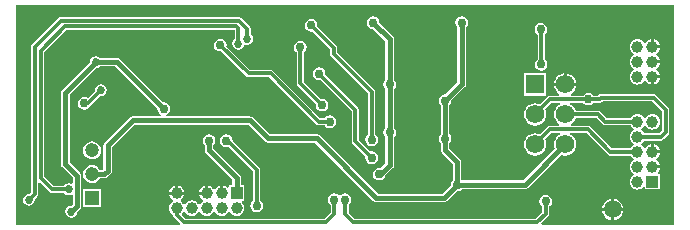
<source format=gbl>
G04 Layer_Physical_Order=2*
G04 Layer_Color=16711680*
%FSLAX23Y23*%
%MOIN*%
G70*
G01*
G75*
%ADD25C,0.016*%
%ADD26C,0.012*%
%ADD29C,0.047*%
%ADD30R,0.047X0.047*%
%ADD31R,0.039X0.039*%
%ADD32C,0.039*%
%ADD33R,0.039X0.039*%
%ADD34C,0.059*%
%ADD35C,0.062*%
%ADD36R,0.062X0.062*%
%ADD37C,0.030*%
%ADD38C,0.027*%
G36*
X2352Y850D02*
X1912D01*
X1911Y854D01*
X1934Y877D01*
X1936Y881D01*
X1937Y886D01*
X1937Y886D01*
Y911D01*
X1940Y913D01*
X1945Y920D01*
X1946Y928D01*
X1945Y936D01*
X1940Y943D01*
X1933Y948D01*
X1925Y949D01*
X1917Y948D01*
X1910Y943D01*
X1905Y936D01*
X1904Y928D01*
X1905Y920D01*
X1910Y913D01*
X1913Y911D01*
Y891D01*
X1891Y869D01*
X1289D01*
X1268Y890D01*
Y916D01*
X1271Y918D01*
X1276Y925D01*
X1277Y933D01*
X1276Y941D01*
X1271Y948D01*
X1264Y953D01*
X1256Y954D01*
X1248Y953D01*
X1241Y948D01*
X1240Y948D01*
X1236D01*
X1235Y948D01*
X1228Y953D01*
X1220Y954D01*
X1212Y953D01*
X1205Y948D01*
X1200Y941D01*
X1199Y933D01*
X1200Y925D01*
X1205Y918D01*
X1208Y916D01*
Y891D01*
X1187Y870D01*
X725D01*
X713Y882D01*
X713Y887D01*
X717Y892D01*
X720Y892D01*
X720D01*
X723Y892D01*
X727Y887D01*
X732Y883D01*
X738Y880D01*
X745Y879D01*
X752Y880D01*
X758Y883D01*
X763Y887D01*
X767Y892D01*
X770Y892D01*
X770D01*
X773Y892D01*
X777Y887D01*
X782Y883D01*
X788Y880D01*
X795Y879D01*
X802Y880D01*
X808Y883D01*
X813Y887D01*
X817Y892D01*
X820Y892D01*
X820D01*
X823Y892D01*
X827Y887D01*
X832Y883D01*
X838Y880D01*
X845Y879D01*
X852Y880D01*
X858Y883D01*
X863Y887D01*
X867Y892D01*
X870Y892D01*
X870D01*
X873Y892D01*
X877Y887D01*
X882Y883D01*
X888Y880D01*
X895Y879D01*
X902Y880D01*
X908Y883D01*
X913Y887D01*
X917Y892D01*
X920Y898D01*
X921Y905D01*
X920Y912D01*
X917Y918D01*
X913Y923D01*
X912Y924D01*
X914Y929D01*
X921D01*
Y981D01*
X909D01*
Y1005D01*
X908Y1010D01*
X905Y1015D01*
X817Y1103D01*
Y1114D01*
X818Y1115D01*
X823Y1122D01*
X824Y1130D01*
X823Y1138D01*
X818Y1145D01*
X811Y1150D01*
X803Y1151D01*
X795Y1150D01*
X788Y1145D01*
X783Y1138D01*
X782Y1130D01*
X783Y1122D01*
X788Y1115D01*
X789Y1114D01*
Y1097D01*
X790Y1092D01*
X793Y1087D01*
X881Y999D01*
Y981D01*
X869D01*
Y974D01*
X864Y972D01*
X863Y973D01*
X858Y977D01*
X852Y980D01*
X850Y980D01*
Y955D01*
X840D01*
Y980D01*
X838Y980D01*
X832Y977D01*
X827Y973D01*
X823Y968D01*
X820Y968D01*
X820D01*
X817Y968D01*
X813Y973D01*
X808Y977D01*
X802Y980D01*
X800Y980D01*
Y955D01*
X795D01*
Y950D01*
X770D01*
X770Y948D01*
X773Y942D01*
X777Y937D01*
X782Y933D01*
X782Y930D01*
Y930D01*
X782Y927D01*
X777Y923D01*
X773Y918D01*
X770Y918D01*
X770D01*
X767Y918D01*
X763Y923D01*
X758Y927D01*
X752Y930D01*
X745Y931D01*
X738Y930D01*
X732Y927D01*
X727Y923D01*
X723Y918D01*
X720Y918D01*
X720D01*
X717Y918D01*
X713Y923D01*
X708Y927D01*
X708Y930D01*
Y930D01*
X708Y933D01*
X713Y937D01*
X717Y942D01*
X720Y948D01*
X720Y950D01*
X670D01*
X670Y948D01*
X673Y942D01*
X677Y937D01*
X682Y933D01*
X682Y930D01*
Y930D01*
X682Y927D01*
X677Y923D01*
X673Y918D01*
X670Y912D01*
X669Y905D01*
X670Y898D01*
X673Y892D01*
X677Y887D01*
X682Y883D01*
X683Y882D01*
X684Y878D01*
X686Y874D01*
X706Y854D01*
X705Y850D01*
X161D01*
Y1582D01*
X2352D01*
Y850D01*
D02*
G37*
%LPC*%
G36*
X1350Y1544D02*
X1342Y1543D01*
X1335Y1538D01*
X1330Y1531D01*
X1329Y1523D01*
X1330Y1515D01*
X1335Y1508D01*
X1342Y1503D01*
X1350Y1502D01*
X1351Y1502D01*
X1391Y1462D01*
Y1334D01*
X1390Y1333D01*
X1385Y1326D01*
X1384Y1318D01*
X1385Y1310D01*
X1390Y1303D01*
X1391Y1302D01*
Y1174D01*
X1390Y1173D01*
X1385Y1166D01*
X1384Y1158D01*
X1385Y1150D01*
X1390Y1143D01*
X1391Y1142D01*
Y1054D01*
X1375Y1038D01*
X1370Y1039D01*
X1362Y1038D01*
X1355Y1033D01*
X1350Y1026D01*
X1349Y1018D01*
X1350Y1010D01*
X1355Y1003D01*
X1362Y998D01*
X1370Y997D01*
X1378Y998D01*
X1385Y1003D01*
X1390Y1010D01*
X1391Y1014D01*
X1415Y1038D01*
X1418Y1043D01*
X1419Y1048D01*
Y1142D01*
X1420Y1143D01*
X1425Y1150D01*
X1426Y1158D01*
X1425Y1166D01*
X1420Y1173D01*
X1419Y1174D01*
Y1302D01*
X1420Y1303D01*
X1425Y1310D01*
X1426Y1318D01*
X1425Y1326D01*
X1420Y1333D01*
X1419Y1334D01*
Y1468D01*
X1418Y1473D01*
X1415Y1478D01*
X1371Y1522D01*
X1371Y1523D01*
X1370Y1531D01*
X1365Y1538D01*
X1358Y1543D01*
X1350Y1544D01*
D02*
G37*
G36*
X790Y980D02*
X788Y980D01*
X782Y977D01*
X777Y973D01*
X773Y968D01*
X770Y962D01*
X770Y960D01*
X790D01*
Y980D01*
D02*
G37*
G36*
X2286Y1118D02*
Y1097D01*
X2306D01*
X2306Y1099D01*
X2303Y1105D01*
X2299Y1111D01*
X2294Y1115D01*
X2287Y1117D01*
X2286Y1118D01*
D02*
G37*
G36*
X413Y1127D02*
X405Y1126D01*
X398Y1123D01*
X392Y1118D01*
X387Y1112D01*
X384Y1104D01*
X383Y1097D01*
X384Y1089D01*
X387Y1082D01*
X392Y1076D01*
X398Y1071D01*
X405Y1068D01*
X413Y1067D01*
X421Y1068D01*
X428Y1071D01*
X434Y1076D01*
X439Y1082D01*
X442Y1089D01*
X443Y1097D01*
X442Y1104D01*
X439Y1112D01*
X434Y1118D01*
X428Y1123D01*
X421Y1126D01*
X413Y1127D01*
D02*
G37*
G36*
X1170Y1374D02*
X1162Y1373D01*
X1155Y1368D01*
X1150Y1361D01*
X1149Y1353D01*
X1150Y1345D01*
X1155Y1338D01*
X1162Y1333D01*
X1170Y1332D01*
X1174Y1332D01*
X1278Y1228D01*
Y1128D01*
X1278Y1128D01*
X1279Y1123D01*
X1281Y1119D01*
X1324Y1077D01*
X1324Y1073D01*
X1325Y1065D01*
X1330Y1058D01*
X1337Y1053D01*
X1345Y1052D01*
X1353Y1053D01*
X1360Y1058D01*
X1365Y1065D01*
X1366Y1073D01*
X1365Y1081D01*
X1360Y1088D01*
X1353Y1093D01*
X1345Y1094D01*
X1341Y1094D01*
X1302Y1133D01*
Y1233D01*
X1301Y1238D01*
X1299Y1242D01*
X1299Y1242D01*
X1191Y1349D01*
X1191Y1353D01*
X1190Y1361D01*
X1185Y1368D01*
X1178Y1373D01*
X1170Y1374D01*
D02*
G37*
G36*
X700Y980D02*
Y960D01*
X720D01*
X720Y962D01*
X717Y968D01*
X713Y973D01*
X708Y977D01*
X702Y980D01*
X700Y980D01*
D02*
G37*
G36*
X2144Y936D02*
X2140Y936D01*
X2131Y932D01*
X2124Y926D01*
X2118Y919D01*
X2114Y910D01*
X2114Y906D01*
X2144D01*
Y936D01*
D02*
G37*
G36*
X860Y1151D02*
X852Y1150D01*
X845Y1145D01*
X841Y1138D01*
X839Y1130D01*
X841Y1122D01*
X845Y1115D01*
X852Y1110D01*
X860Y1109D01*
X867Y1110D01*
X950Y1027D01*
Y929D01*
X947Y927D01*
X942Y920D01*
X941Y912D01*
X942Y904D01*
X947Y897D01*
X954Y892D01*
X962Y891D01*
X970Y892D01*
X977Y897D01*
X982Y904D01*
X983Y912D01*
X982Y920D01*
X977Y927D01*
X974Y929D01*
Y1032D01*
X974Y1032D01*
X973Y1037D01*
X971Y1041D01*
X882Y1129D01*
X882Y1130D01*
X880Y1138D01*
X876Y1145D01*
X869Y1150D01*
X860Y1151D01*
D02*
G37*
G36*
X2184Y896D02*
X2154D01*
Y866D01*
X2158Y866D01*
X2167Y870D01*
X2174Y876D01*
X2180Y883D01*
X2184Y892D01*
X2184Y896D01*
D02*
G37*
G36*
X690Y980D02*
X688Y980D01*
X682Y977D01*
X677Y973D01*
X673Y968D01*
X670Y962D01*
X670Y960D01*
X690D01*
Y980D01*
D02*
G37*
G36*
X443Y969D02*
X383D01*
Y910D01*
X443D01*
Y969D01*
D02*
G37*
G36*
X2154Y936D02*
Y906D01*
X2184D01*
X2184Y910D01*
X2180Y919D01*
X2174Y926D01*
X2167Y932D01*
X2158Y936D01*
X2154Y936D01*
D02*
G37*
G36*
X2144Y896D02*
X2114D01*
X2114Y892D01*
X2118Y883D01*
X2124Y876D01*
X2131Y870D01*
X2140Y866D01*
X2144Y866D01*
Y896D01*
D02*
G37*
G36*
X1995Y1354D02*
Y1322D01*
X2027D01*
X2026Y1327D01*
X2022Y1336D01*
X2016Y1344D01*
X2009Y1350D01*
X2000Y1353D01*
X1995Y1354D01*
D02*
G37*
G36*
X1985D02*
X1980Y1353D01*
X1971Y1350D01*
X1964Y1344D01*
X1958Y1336D01*
X1954Y1327D01*
X1953Y1322D01*
X1985D01*
Y1354D01*
D02*
G37*
G36*
X2306Y1337D02*
X2286D01*
Y1317D01*
X2287Y1317D01*
X2294Y1320D01*
X2299Y1324D01*
X2303Y1329D01*
X2306Y1336D01*
X2306Y1337D01*
D02*
G37*
G36*
X1645Y1544D02*
X1637Y1543D01*
X1630Y1538D01*
X1625Y1531D01*
X1624Y1523D01*
X1625Y1515D01*
X1630Y1508D01*
X1631Y1507D01*
Y1324D01*
X1591Y1284D01*
X1590Y1284D01*
X1582Y1283D01*
X1575Y1278D01*
X1570Y1271D01*
X1569Y1263D01*
X1570Y1255D01*
X1575Y1248D01*
X1576Y1247D01*
Y1152D01*
X1575Y1152D01*
X1570Y1145D01*
X1569Y1136D01*
X1570Y1128D01*
X1575Y1121D01*
X1576Y1121D01*
Y1099D01*
X1577Y1094D01*
X1580Y1089D01*
X1616Y1053D01*
Y999D01*
X1615Y998D01*
X1610Y991D01*
X1609Y983D01*
X1609Y982D01*
X1580Y953D01*
X1367D01*
X1173Y1147D01*
X1168Y1150D01*
X1163Y1151D01*
X1004D01*
X948Y1207D01*
X943Y1210D01*
X938Y1211D01*
X661D01*
X660Y1216D01*
X667Y1221D01*
X672Y1228D01*
X673Y1236D01*
X672Y1244D01*
X667Y1251D01*
X660Y1256D01*
X652Y1257D01*
X651Y1257D01*
X507Y1401D01*
X502Y1404D01*
X497Y1405D01*
X439D01*
X433Y1409D01*
X425Y1411D01*
X417Y1409D01*
X411Y1405D01*
X407Y1399D01*
X405Y1391D01*
X314Y1300D01*
X311Y1295D01*
X310Y1290D01*
Y1051D01*
X311Y1046D01*
X314Y1041D01*
X348Y1007D01*
Y987D01*
X344Y985D01*
X343Y985D01*
X335Y987D01*
X327Y985D01*
X321Y981D01*
X320Y979D01*
X286D01*
X254Y1011D01*
Y1425D01*
X329Y1500D01*
X887D01*
X888Y1499D01*
Y1468D01*
X886Y1467D01*
X882Y1461D01*
X880Y1453D01*
X882Y1445D01*
X886Y1439D01*
X892Y1435D01*
X900Y1433D01*
X908Y1435D01*
X914Y1439D01*
X918Y1445D01*
X919Y1448D01*
X922Y1452D01*
X924Y1451D01*
X930Y1450D01*
X938Y1452D01*
X944Y1456D01*
X948Y1462D01*
X950Y1470D01*
X948Y1478D01*
X944Y1484D01*
X942Y1485D01*
Y1502D01*
X941Y1507D01*
X939Y1511D01*
X939Y1511D01*
X911Y1538D01*
X907Y1541D01*
X902Y1542D01*
X902Y1542D01*
X310D01*
X305Y1541D01*
X301Y1538D01*
X301Y1538D01*
X213Y1451D01*
X211Y1447D01*
X210Y1442D01*
X210Y1442D01*
Y957D01*
X205Y952D01*
X203Y952D01*
X195Y951D01*
X189Y946D01*
X184Y940D01*
X183Y932D01*
X184Y925D01*
X189Y918D01*
X195Y914D01*
X203Y912D01*
X210Y914D01*
X217Y918D01*
X221Y925D01*
X223Y932D01*
X222Y935D01*
X231Y943D01*
X233Y947D01*
X234Y952D01*
X234Y952D01*
Y990D01*
X239Y992D01*
X272Y958D01*
X272Y958D01*
X276Y956D01*
X281Y955D01*
X320D01*
X321Y953D01*
X327Y949D01*
X335Y947D01*
X343Y949D01*
X344Y949D01*
X348Y947D01*
Y917D01*
X344Y913D01*
X336Y911D01*
X330Y907D01*
X326Y901D01*
X324Y893D01*
X326Y885D01*
X330Y879D01*
X336Y875D01*
X344Y873D01*
X352Y875D01*
X358Y879D01*
X362Y885D01*
X364Y893D01*
X372Y901D01*
X375Y906D01*
X377Y911D01*
Y1013D01*
X375Y1018D01*
X372Y1023D01*
X338Y1057D01*
Y1284D01*
X425Y1371D01*
X433Y1373D01*
X439Y1377D01*
X491D01*
X631Y1237D01*
X631Y1236D01*
X632Y1228D01*
X637Y1221D01*
X644Y1216D01*
X643Y1211D01*
X548D01*
X543Y1210D01*
X538Y1207D01*
X455Y1124D01*
X452Y1119D01*
X451Y1114D01*
Y1035D01*
X448Y1032D01*
X439D01*
X439Y1033D01*
X434Y1039D01*
X428Y1044D01*
X421Y1047D01*
X413Y1048D01*
X405Y1047D01*
X398Y1044D01*
X392Y1039D01*
X387Y1033D01*
X384Y1026D01*
X383Y1018D01*
X384Y1010D01*
X387Y1003D01*
X392Y997D01*
X398Y992D01*
X405Y989D01*
X413Y988D01*
X421Y989D01*
X428Y992D01*
X434Y997D01*
X439Y1003D01*
X439Y1004D01*
X454D01*
X459Y1005D01*
X464Y1008D01*
X475Y1019D01*
X478Y1024D01*
X479Y1029D01*
Y1108D01*
X554Y1183D01*
X932D01*
X988Y1127D01*
X993Y1124D01*
X998Y1123D01*
X1157D01*
X1351Y929D01*
X1356Y926D01*
X1361Y925D01*
X1586D01*
X1591Y926D01*
X1596Y929D01*
X1629Y962D01*
X1630Y962D01*
X1638Y963D01*
X1645Y968D01*
X1646Y969D01*
X1856D01*
X1861Y970D01*
X1866Y973D01*
X1976Y1083D01*
X1980Y1081D01*
X1990Y1080D01*
X2000Y1081D01*
X2009Y1085D01*
X2016Y1091D01*
X2022Y1099D01*
X2026Y1108D01*
X2027Y1117D01*
X2026Y1127D01*
X2022Y1136D01*
X2016Y1144D01*
X2009Y1150D01*
X2006Y1151D01*
X2007Y1156D01*
X2060D01*
X2132Y1084D01*
X2132Y1084D01*
X2136Y1081D01*
X2141Y1080D01*
X2141Y1080D01*
X2208D01*
X2208Y1079D01*
X2212Y1074D01*
X2217Y1070D01*
X2218Y1067D01*
Y1067D01*
X2217Y1065D01*
X2212Y1061D01*
X2208Y1055D01*
X2206Y1049D01*
X2205Y1042D01*
X2206Y1036D01*
X2208Y1029D01*
X2212Y1024D01*
X2217Y1020D01*
X2218Y1017D01*
Y1017D01*
X2217Y1015D01*
X2212Y1011D01*
X2208Y1005D01*
X2206Y999D01*
X2205Y992D01*
X2206Y986D01*
X2208Y979D01*
X2212Y974D01*
X2218Y970D01*
X2224Y967D01*
X2231Y966D01*
X2237Y967D01*
X2244Y970D01*
X2249Y974D01*
X2250Y975D01*
X2255Y974D01*
Y967D01*
X2306D01*
Y1018D01*
X2299D01*
X2298Y1023D01*
X2299Y1024D01*
X2303Y1029D01*
X2306Y1036D01*
X2306Y1037D01*
X2281D01*
Y1047D01*
X2306D01*
X2306Y1049D01*
X2303Y1055D01*
X2299Y1061D01*
X2294Y1065D01*
X2293Y1067D01*
Y1067D01*
X2294Y1070D01*
X2299Y1074D01*
X2303Y1079D01*
X2306Y1086D01*
X2306Y1087D01*
X2281D01*
Y1092D01*
X2276D01*
Y1118D01*
X2274Y1117D01*
X2268Y1115D01*
X2262Y1111D01*
X2258Y1106D01*
X2256Y1105D01*
X2256D01*
X2253Y1106D01*
X2249Y1111D01*
X2244Y1115D01*
X2243Y1117D01*
Y1117D01*
X2244Y1120D01*
X2249Y1124D01*
X2253Y1129D01*
X2253Y1130D01*
X2309D01*
X2309Y1130D01*
X2314Y1131D01*
X2318Y1134D01*
X2334Y1149D01*
X2334Y1149D01*
X2336Y1153D01*
X2337Y1158D01*
X2337Y1158D01*
Y1233D01*
X2336Y1238D01*
X2334Y1242D01*
X2334Y1242D01*
X2294Y1282D01*
X2290Y1284D01*
X2285Y1285D01*
X2285Y1285D01*
X2110D01*
X2110Y1285D01*
X2105Y1284D01*
X2101Y1282D01*
X2101Y1282D01*
X2100Y1280D01*
X2084D01*
X2082Y1283D01*
X2075Y1288D01*
X2067Y1289D01*
X2059Y1288D01*
X2052Y1283D01*
X2050Y1280D01*
X2010D01*
X2009Y1285D01*
X2009Y1285D01*
X2016Y1291D01*
X2022Y1299D01*
X2026Y1308D01*
X2027Y1312D01*
X1953D01*
X1954Y1308D01*
X1958Y1299D01*
X1964Y1291D01*
X1971Y1285D01*
X1971Y1285D01*
X1970Y1280D01*
X1941D01*
X1936Y1279D01*
X1932Y1277D01*
X1932Y1277D01*
X1906Y1251D01*
X1900Y1253D01*
X1890Y1255D01*
X1880Y1253D01*
X1871Y1250D01*
X1864Y1244D01*
X1858Y1236D01*
X1854Y1227D01*
X1853Y1217D01*
X1854Y1208D01*
X1858Y1199D01*
X1864Y1191D01*
X1871Y1185D01*
X1880Y1181D01*
X1890Y1180D01*
X1900Y1181D01*
X1909Y1185D01*
X1916Y1191D01*
X1922Y1199D01*
X1926Y1208D01*
X1927Y1217D01*
X1926Y1227D01*
X1923Y1234D01*
X1946Y1256D01*
X1973D01*
X1974Y1251D01*
X1971Y1250D01*
X1964Y1244D01*
X1958Y1236D01*
X1954Y1227D01*
X1953Y1217D01*
X1954Y1208D01*
X1958Y1199D01*
X1964Y1191D01*
X1971Y1185D01*
X1971Y1185D01*
X1970Y1180D01*
X1941D01*
X1941Y1180D01*
X1936Y1179D01*
X1932Y1177D01*
X1932Y1177D01*
X1906Y1151D01*
X1900Y1153D01*
X1890Y1155D01*
X1880Y1153D01*
X1871Y1150D01*
X1864Y1144D01*
X1858Y1136D01*
X1854Y1127D01*
X1853Y1117D01*
X1854Y1108D01*
X1858Y1099D01*
X1864Y1091D01*
X1871Y1085D01*
X1880Y1081D01*
X1890Y1080D01*
X1900Y1081D01*
X1909Y1085D01*
X1916Y1091D01*
X1922Y1099D01*
X1926Y1108D01*
X1927Y1117D01*
X1926Y1127D01*
X1923Y1134D01*
X1946Y1156D01*
X1973D01*
X1974Y1151D01*
X1971Y1150D01*
X1964Y1144D01*
X1958Y1136D01*
X1954Y1127D01*
X1953Y1117D01*
X1954Y1108D01*
X1956Y1103D01*
X1850Y997D01*
X1646D01*
X1645Y998D01*
X1644Y999D01*
Y1059D01*
X1643Y1064D01*
X1640Y1069D01*
X1604Y1105D01*
Y1121D01*
X1605Y1121D01*
X1610Y1128D01*
X1611Y1136D01*
X1610Y1145D01*
X1605Y1152D01*
X1604Y1152D01*
Y1247D01*
X1605Y1248D01*
X1610Y1255D01*
X1611Y1263D01*
X1611Y1264D01*
X1655Y1308D01*
X1658Y1313D01*
X1659Y1318D01*
Y1507D01*
X1660Y1508D01*
X1665Y1515D01*
X1666Y1523D01*
X1665Y1531D01*
X1660Y1538D01*
X1653Y1543D01*
X1645Y1544D01*
D02*
G37*
G36*
X2286Y1468D02*
Y1447D01*
X2306D01*
X2306Y1449D01*
X2303Y1455D01*
X2299Y1461D01*
X2294Y1465D01*
X2287Y1467D01*
X2286Y1468D01*
D02*
G37*
G36*
X1909Y1522D02*
X1901Y1521D01*
X1894Y1516D01*
X1889Y1509D01*
X1888Y1501D01*
X1889Y1493D01*
X1894Y1486D01*
X1898Y1483D01*
Y1401D01*
X1895Y1399D01*
X1890Y1392D01*
X1889Y1384D01*
X1890Y1376D01*
X1895Y1369D01*
X1902Y1364D01*
X1910Y1363D01*
X1918Y1364D01*
X1925Y1369D01*
X1930Y1376D01*
X1931Y1384D01*
X1930Y1392D01*
X1925Y1399D01*
X1922Y1401D01*
Y1485D01*
X1924Y1486D01*
X1929Y1493D01*
X1930Y1501D01*
X1929Y1509D01*
X1924Y1516D01*
X1917Y1521D01*
X1909Y1522D01*
D02*
G37*
G36*
X1107Y1462D02*
X1099Y1461D01*
X1092Y1456D01*
X1087Y1449D01*
X1086Y1441D01*
X1087Y1433D01*
X1092Y1426D01*
X1095Y1424D01*
Y1321D01*
X1095Y1321D01*
X1096Y1316D01*
X1098Y1312D01*
X1159Y1252D01*
X1159Y1248D01*
X1160Y1240D01*
X1165Y1233D01*
X1172Y1228D01*
X1180Y1227D01*
X1188Y1228D01*
X1195Y1233D01*
X1200Y1240D01*
X1201Y1248D01*
X1200Y1256D01*
X1195Y1263D01*
X1188Y1268D01*
X1180Y1269D01*
X1176Y1269D01*
X1119Y1326D01*
Y1424D01*
X1122Y1426D01*
X1127Y1433D01*
X1128Y1441D01*
X1127Y1449D01*
X1122Y1456D01*
X1115Y1461D01*
X1107Y1462D01*
D02*
G37*
G36*
X841Y1469D02*
X833Y1468D01*
X826Y1463D01*
X821Y1456D01*
X819Y1448D01*
X821Y1440D01*
X826Y1433D01*
X833Y1428D01*
X841Y1427D01*
X844Y1427D01*
X926Y1345D01*
X926Y1345D01*
X930Y1343D01*
X935Y1342D01*
X935Y1342D01*
X1003D01*
X1160Y1184D01*
X1160Y1184D01*
X1164Y1182D01*
X1169Y1181D01*
X1169Y1181D01*
X1188D01*
X1190Y1178D01*
X1197Y1173D01*
X1205Y1172D01*
X1213Y1173D01*
X1220Y1178D01*
X1225Y1185D01*
X1226Y1193D01*
X1225Y1201D01*
X1220Y1208D01*
X1213Y1213D01*
X1205Y1214D01*
X1197Y1213D01*
X1190Y1208D01*
X1188Y1205D01*
X1174D01*
X1017Y1363D01*
X1013Y1365D01*
X1008Y1366D01*
X1008Y1366D01*
X940D01*
X861Y1444D01*
X862Y1448D01*
X861Y1456D01*
X856Y1463D01*
X849Y1468D01*
X841Y1469D01*
D02*
G37*
G36*
X1143Y1535D02*
X1135Y1534D01*
X1128Y1529D01*
X1123Y1522D01*
X1122Y1514D01*
X1123Y1506D01*
X1128Y1499D01*
X1135Y1494D01*
X1143Y1493D01*
X1147Y1493D01*
X1206Y1434D01*
Y1420D01*
X1206Y1420D01*
X1207Y1415D01*
X1209Y1411D01*
X1333Y1288D01*
Y1150D01*
X1330Y1148D01*
X1325Y1141D01*
X1324Y1133D01*
X1325Y1125D01*
X1330Y1118D01*
X1337Y1113D01*
X1345Y1112D01*
X1353Y1113D01*
X1360Y1118D01*
X1365Y1125D01*
X1366Y1133D01*
X1365Y1141D01*
X1360Y1148D01*
X1357Y1150D01*
Y1293D01*
X1356Y1298D01*
X1354Y1302D01*
X1354Y1302D01*
X1230Y1425D01*
Y1439D01*
X1229Y1444D01*
X1227Y1448D01*
X1227Y1448D01*
X1164Y1510D01*
X1164Y1514D01*
X1163Y1522D01*
X1158Y1529D01*
X1151Y1534D01*
X1143Y1535D01*
D02*
G37*
G36*
X2231Y1468D02*
X2224Y1467D01*
X2218Y1465D01*
X2212Y1461D01*
X2208Y1455D01*
X2206Y1449D01*
X2205Y1442D01*
X2206Y1436D01*
X2208Y1429D01*
X2212Y1424D01*
X2217Y1420D01*
X2218Y1417D01*
Y1417D01*
X2217Y1415D01*
X2212Y1411D01*
X2208Y1405D01*
X2206Y1399D01*
X2205Y1392D01*
X2206Y1386D01*
X2208Y1379D01*
X2212Y1374D01*
X2217Y1370D01*
X2218Y1367D01*
Y1367D01*
X2217Y1365D01*
X2212Y1361D01*
X2208Y1355D01*
X2206Y1349D01*
X2205Y1342D01*
X2206Y1336D01*
X2208Y1329D01*
X2212Y1324D01*
X2218Y1320D01*
X2224Y1317D01*
X2231Y1316D01*
X2237Y1317D01*
X2244Y1320D01*
X2249Y1324D01*
X2253Y1329D01*
X2256Y1330D01*
X2256D01*
X2258Y1329D01*
X2262Y1324D01*
X2268Y1320D01*
X2274Y1317D01*
X2276Y1317D01*
Y1342D01*
X2281D01*
Y1347D01*
X2306D01*
X2306Y1349D01*
X2303Y1355D01*
X2299Y1361D01*
X2294Y1365D01*
X2293Y1367D01*
Y1367D01*
X2294Y1370D01*
X2299Y1374D01*
X2303Y1379D01*
X2306Y1386D01*
X2306Y1387D01*
X2281D01*
Y1397D01*
X2306D01*
X2306Y1399D01*
X2303Y1405D01*
X2299Y1411D01*
X2294Y1415D01*
X2293Y1417D01*
Y1417D01*
X2294Y1420D01*
X2299Y1424D01*
X2303Y1429D01*
X2306Y1436D01*
X2306Y1437D01*
X2281D01*
Y1442D01*
X2276D01*
Y1468D01*
X2274Y1467D01*
X2268Y1465D01*
X2262Y1461D01*
X2258Y1456D01*
X2256Y1455D01*
X2256D01*
X2253Y1456D01*
X2249Y1461D01*
X2244Y1465D01*
X2237Y1467D01*
X2231Y1468D01*
D02*
G37*
G36*
X1927Y1354D02*
X1853D01*
Y1280D01*
X1927D01*
Y1354D01*
D02*
G37*
G36*
X442Y1318D02*
X434Y1316D01*
X428Y1312D01*
X424Y1306D01*
X422Y1298D01*
X423Y1296D01*
X398Y1272D01*
X395Y1274D01*
X387Y1275D01*
X379Y1274D01*
X372Y1269D01*
X367Y1262D01*
X366Y1254D01*
X367Y1246D01*
X372Y1239D01*
X379Y1234D01*
X387Y1233D01*
X395Y1234D01*
X402Y1239D01*
X406Y1245D01*
X407Y1245D01*
X440Y1279D01*
X442Y1278D01*
X450Y1280D01*
X456Y1284D01*
X460Y1290D01*
X462Y1298D01*
X460Y1306D01*
X456Y1312D01*
X450Y1316D01*
X442Y1318D01*
D02*
G37*
%LPD*%
G36*
X2313Y1228D02*
Y1163D01*
X2304Y1155D01*
X2253D01*
X2253Y1155D01*
X2249Y1161D01*
X2244Y1165D01*
X2243Y1167D01*
Y1167D01*
X2244Y1170D01*
X2249Y1174D01*
X2253Y1179D01*
X2256Y1180D01*
X2256D01*
X2258Y1179D01*
X2262Y1174D01*
X2268Y1170D01*
X2274Y1167D01*
X2281Y1166D01*
X2287Y1167D01*
X2294Y1170D01*
X2299Y1174D01*
X2303Y1179D01*
X2306Y1186D01*
X2307Y1192D01*
X2306Y1199D01*
X2303Y1205D01*
X2299Y1211D01*
X2294Y1215D01*
X2287Y1217D01*
X2281Y1218D01*
X2274Y1217D01*
X2268Y1215D01*
X2262Y1211D01*
X2258Y1206D01*
X2256Y1205D01*
X2256D01*
X2253Y1206D01*
X2249Y1211D01*
X2244Y1215D01*
X2237Y1217D01*
X2231Y1218D01*
X2224Y1217D01*
X2218Y1215D01*
X2212Y1211D01*
X2208Y1205D01*
X2208Y1205D01*
X2129D01*
X2108Y1226D01*
X2104Y1229D01*
X2099Y1230D01*
X2099Y1230D01*
X2025D01*
X2022Y1236D01*
X2016Y1244D01*
X2009Y1250D01*
X2006Y1251D01*
X2007Y1256D01*
X2050D01*
X2052Y1253D01*
X2059Y1248D01*
X2067Y1247D01*
X2075Y1248D01*
X2082Y1253D01*
X2084Y1256D01*
X2105D01*
X2105Y1256D01*
X2110Y1257D01*
X2114Y1259D01*
X2115Y1261D01*
X2280D01*
X2313Y1228D01*
D02*
G37*
G36*
X2115Y1184D02*
X2115Y1184D01*
X2119Y1182D01*
X2124Y1181D01*
X2124Y1181D01*
X2208D01*
X2208Y1179D01*
X2212Y1174D01*
X2217Y1170D01*
X2218Y1167D01*
Y1167D01*
X2217Y1165D01*
X2212Y1161D01*
X2208Y1155D01*
X2206Y1149D01*
X2205Y1142D01*
X2206Y1136D01*
X2208Y1129D01*
X2212Y1124D01*
X2217Y1120D01*
X2218Y1117D01*
Y1117D01*
X2217Y1115D01*
X2212Y1111D01*
X2208Y1105D01*
X2208Y1105D01*
X2146D01*
X2074Y1177D01*
X2070Y1179D01*
X2065Y1180D01*
X2065Y1180D01*
X2010D01*
X2009Y1185D01*
X2009Y1185D01*
X2016Y1191D01*
X2022Y1199D01*
X2025Y1205D01*
X2094D01*
X2115Y1184D01*
D02*
G37*
D25*
X803Y1097D02*
Y1130D01*
X1645Y1318D02*
Y1523D01*
X1590Y1263D02*
X1645Y1318D01*
X1375Y1018D02*
X1405Y1048D01*
X1370Y1018D02*
X1375D01*
X1405Y1158D02*
Y1318D01*
Y1048D02*
Y1158D01*
X1590Y1099D02*
Y1263D01*
Y1099D02*
X1630Y1059D01*
Y983D02*
Y1059D01*
X1405Y1318D02*
Y1468D01*
X1350Y1523D02*
X1405Y1468D01*
X803Y1097D02*
X895Y1005D01*
Y955D02*
Y1005D01*
X998Y1137D02*
X1163D01*
X344Y893D02*
X362Y911D01*
X413Y1009D02*
X413D01*
X324Y1051D02*
X362Y1013D01*
Y911D02*
Y1013D01*
X413Y1018D02*
X454D01*
X1630Y983D02*
X1856D01*
X1990Y1117D01*
X454Y1018D02*
X465Y1029D01*
Y1114D01*
X548Y1197D02*
X938D01*
X465Y1114D02*
X548Y1197D01*
X938D02*
X998Y1137D01*
X425Y1391D02*
X497D01*
X652Y1236D01*
X324Y1051D02*
Y1290D01*
X425Y1391D01*
X1163Y1137D02*
X1361Y939D01*
X1586D01*
X1630Y983D01*
D26*
X1941Y1268D02*
X2105D01*
X2141Y1092D02*
X2231D01*
X2065Y1168D02*
X2141Y1092D01*
X1941Y1168D02*
X2065D01*
X1890Y1117D02*
X1941Y1168D01*
X2110Y1273D02*
X2285D01*
X2105Y1268D02*
X2110Y1273D01*
X1890Y1217D02*
X1941Y1268D01*
X2285Y1273D02*
X2325Y1233D01*
X1990Y1217D02*
X2099D01*
X2124Y1193D01*
X2230D01*
X2231Y1192D01*
X2325Y1158D02*
Y1233D01*
X2309Y1142D02*
X2325Y1158D01*
X2231Y1142D02*
X2309D01*
X1170Y1353D02*
X1290Y1233D01*
X1345Y1133D02*
Y1293D01*
X1290Y1128D02*
X1345Y1073D01*
X1290Y1128D02*
Y1233D01*
X1143Y1514D02*
X1218Y1439D01*
Y1420D02*
Y1439D01*
Y1420D02*
X1345Y1293D01*
X1169Y1193D02*
X1205D01*
X222Y952D02*
Y1442D01*
X695Y883D02*
Y905D01*
Y883D02*
X720Y858D01*
X203Y932D02*
X222Y952D01*
X281Y967D02*
X335D01*
X242Y1006D02*
X281Y967D01*
X242Y1006D02*
Y1430D01*
X962Y912D02*
Y1032D01*
X859Y1135D02*
X962Y1032D01*
X841Y1448D02*
X935Y1354D01*
X1008D01*
X1169Y1193D01*
X720Y858D02*
X1192D01*
X1220Y886D01*
Y933D01*
X1256Y885D02*
Y933D01*
Y885D02*
X1284Y857D01*
X1896D01*
X1925Y886D01*
Y928D01*
X1107Y1321D02*
X1180Y1248D01*
X1107Y1321D02*
Y1441D01*
X930Y1470D02*
Y1502D01*
X310Y1530D02*
X902D01*
X900Y1453D02*
Y1504D01*
X324Y1512D02*
X892D01*
X900Y1504D01*
X902Y1530D02*
X930Y1502D01*
X242Y1430D02*
X324Y1512D01*
X222Y1442D02*
X310Y1530D01*
X1910Y1384D02*
Y1501D01*
X2067Y1269D02*
X2068Y1270D01*
X2067Y1268D02*
Y1269D01*
X387Y1254D02*
X398D01*
X442Y1298D01*
D29*
X413Y1097D02*
D03*
Y1018D02*
D03*
D30*
Y939D02*
D03*
D31*
X895Y955D02*
D03*
D32*
Y905D02*
D03*
X845Y955D02*
D03*
Y905D02*
D03*
X795Y955D02*
D03*
Y905D02*
D03*
X745D02*
D03*
X695Y955D02*
D03*
Y905D02*
D03*
X2231Y1442D02*
D03*
X2281D02*
D03*
X2231Y1392D02*
D03*
X2281D02*
D03*
X2231Y1342D02*
D03*
X2281D02*
D03*
X2231Y1192D02*
D03*
X2281D02*
D03*
X2231Y1142D02*
D03*
Y1092D02*
D03*
X2281D02*
D03*
X2231Y1042D02*
D03*
X2281D02*
D03*
X2231Y992D02*
D03*
D33*
X2281D02*
D03*
D34*
X2149Y901D02*
D03*
D35*
X1990Y1317D02*
D03*
Y1217D02*
D03*
Y1117D02*
D03*
X1890Y1217D02*
D03*
Y1117D02*
D03*
D36*
Y1317D02*
D03*
D37*
X841Y1448D02*
D03*
X2105Y960D02*
D03*
X1241Y1551D02*
D03*
X1348Y1422D02*
D03*
X1788Y1357D02*
D03*
X1630Y983D02*
D03*
X1350Y1348D02*
D03*
X1170Y1353D02*
D03*
X1778Y1180D02*
D03*
X1925Y928D02*
D03*
X2166Y1341D02*
D03*
Y1241D02*
D03*
X2165Y1139D02*
D03*
X1405Y1318D02*
D03*
X943Y1534D02*
D03*
X1590Y1338D02*
D03*
X1470Y898D02*
D03*
X1466Y1432D02*
D03*
X1821Y1515D02*
D03*
X2151Y1516D02*
D03*
X1645Y1523D02*
D03*
X1590Y1136D02*
D03*
X1543Y1031D02*
D03*
X1370Y1018D02*
D03*
X1590Y1263D02*
D03*
X1455Y1183D02*
D03*
X1205Y1193D02*
D03*
X1180Y1248D02*
D03*
X1345Y1073D02*
D03*
Y1133D02*
D03*
X1405Y1158D02*
D03*
X1350Y1523D02*
D03*
X1508Y1498D02*
D03*
X1143Y1514D02*
D03*
X1830Y1064D02*
D03*
X1768Y941D02*
D03*
X803Y1130D02*
D03*
X860D02*
D03*
X1092Y918D02*
D03*
X962Y912D02*
D03*
X1220Y933D02*
D03*
X1256D02*
D03*
X1107Y1441D02*
D03*
X387Y1254D02*
D03*
X1910Y1384D02*
D03*
X1909Y1501D02*
D03*
X2067Y1268D02*
D03*
X652Y1236D02*
D03*
X1510Y971D02*
D03*
X1537Y1390D02*
D03*
D38*
X370Y1565D02*
D03*
X185Y1495D02*
D03*
Y1560D02*
D03*
X930Y1470D02*
D03*
X900Y1453D02*
D03*
X1302Y930D02*
D03*
X1700Y1040D02*
D03*
X203Y932D02*
D03*
X335Y967D02*
D03*
X344Y893D02*
D03*
X525Y992D02*
D03*
X1326Y1036D02*
D03*
X521Y1463D02*
D03*
X558Y1558D02*
D03*
X601Y1406D02*
D03*
X561Y938D02*
D03*
X595Y992D02*
D03*
X365Y1169D02*
D03*
X425Y1391D02*
D03*
X665Y1343D02*
D03*
X454Y1233D02*
D03*
X442Y1298D02*
D03*
M02*

</source>
